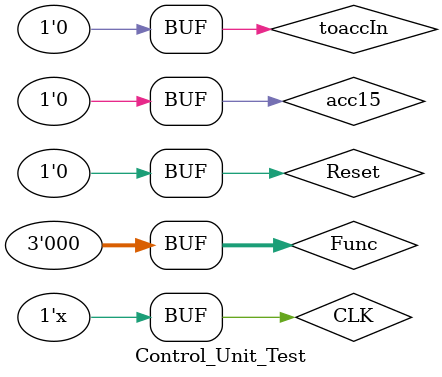
<source format=v>
`timescale 1ns / 1ps


module Control_Unit_Test;

	// Inputs
	reg CLK;
	reg [3:0] Opcode;
	reg [2:0] Func;
	reg toaccIn;
	reg acc15;
	reg Reset;

	// Outputs
	wire PCWrite; 
	wire IorM;
	wire MemWrite;
	wire IRWrite;
	wire ItypeSel;
	wire Asel;
	wire Bsel;
	wire Awrite;
	wire Bwrite;
	wire RegWrite;
	wire IsZeroWrite;
	wire [2:0] ALUCtrl;
	wire [1:0] Jcontrol;
	wire ALUWrite;
	wire [1:0] destAdr;
	wire [2:0] destData;
	wire MWrite;

	// Instantiate the Unit Under Test (UUT)
	Control_Unit uut (
		.PCWrite(PCWrite), 
		.IorM(IorM), 
		.MemWrite(MemWrite), 
		.IRWrite(IRWrite), 
		.ItypeSel(ItypeSel), 
		.Asel(Asel), 
		.Bsel(Bsel), 
		.Awrite(Awrite), 
		.Bwrite(Bwrite), 
		.RegWrite(RegWrite), 
		.IsZeroWrite(IsZeroWrite), 
		.ALUCtrl(ALUCtrl), 
		.Jcontrol(Jcontrol), 
		.ALUWrite(ALUWrite), 
		.destAdr(destAdr), 
		.destData(destData), 
		.MWrite(MWrite), 
		.CLK(CLK), 
		.Opcode(Opcode), 
		.Func(Func), 
		.toaccIn(toaccIn), 
		.acc15(acc15), 
		.Reset(Reset)
	);

	initial begin
		// Initialize Inputs
		CLK = 0;
		Opcode = 0;
		Func = 0;
		toaccIn = 0;
		acc15 = 0;
		Reset = 0;
		end
		
	always 
		#5 CLK = !CLK;
		
	initial
		#100;
		always @(posedge CLK)
		begin
		#25
			if(Opcode < 16)
				Opcode = Opcode + 1;
		end
      
endmodule


</source>
